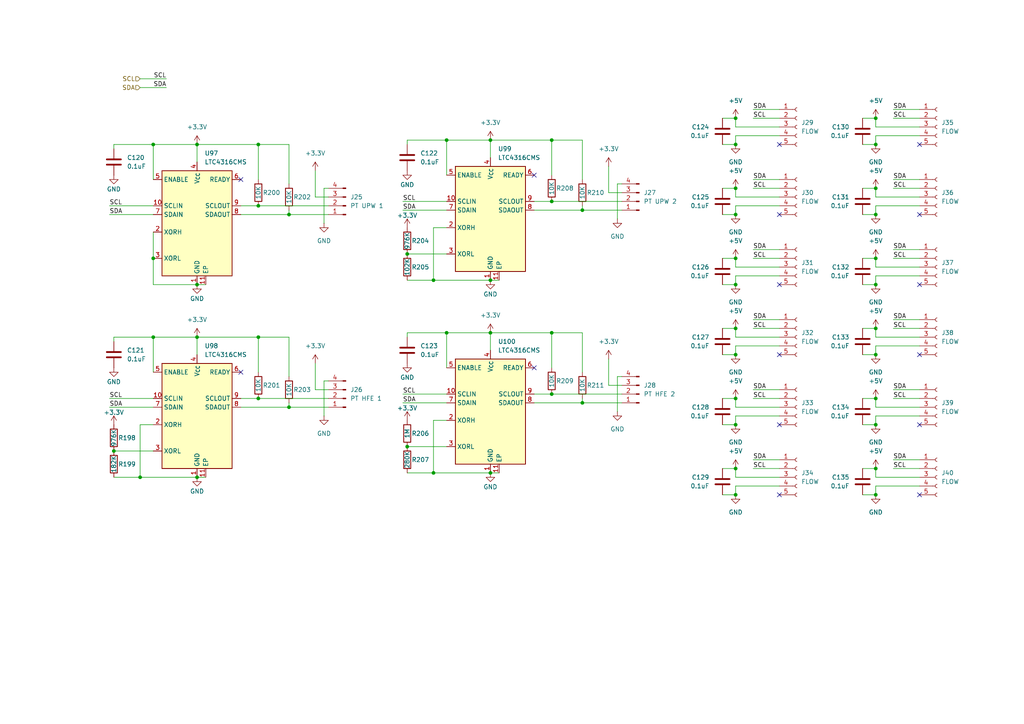
<source format=kicad_sch>
(kicad_sch (version 20231120) (generator "eeschema") (generator_version "8.0")
  (paper "A4")
  (lib_symbols
    (symbol "Connector:Conn_01x04_Pin" (pin_names (offset 1.016) hide)
      (property "Reference" "J" (at 0 5.08 0))
      (property "Value" "Conn_01x04_Pin" (at 0 -7.62 0))
      (symbol "Conn_01x04_Pin_1_1"
        (polyline (pts (xy 1.27 -5.08) (xy 0.8636 -5.08)) (stroke (width 0.1524)))
        (polyline (pts (xy 1.27 -2.54) (xy 0.8636 -2.54)) (stroke (width 0.1524)))
        (polyline (pts (xy 1.27 0) (xy 0.8636 0)) (stroke (width 0.1524)))
        (polyline (pts (xy 1.27 2.54) (xy 0.8636 2.54)) (stroke (width 0.1524)))
        (rectangle (start 0.8636 -4.953) (end 0 -5.207) (stroke (width 0.1524)) (fill (type outline)))
        (rectangle (start 0.8636 -2.413) (end 0 -2.667) (stroke (width 0.1524)) (fill (type outline)))
        (rectangle (start 0.8636 0.127) (end 0 -0.127) (stroke (width 0.1524)) (fill (type outline)))
        (rectangle (start 0.8636 2.667) (end 0 2.413) (stroke (width 0.1524)) (fill (type outline)))
        (pin passive line (at 5.08 2.54 180) (length 3.81) (name "Pin_1") (number "1"))
        (pin passive line (at 5.08 0 180) (length 3.81) (name "Pin_2") (number "2"))
        (pin passive line (at 5.08 -2.54 180) (length 3.81) (name "Pin_3") (number "3"))
        (pin passive line (at 5.08 -5.08 180) (length 3.81) (name "Pin_4") (number "4"))
      )
    )
    (symbol "Connector:Conn_01x05_Socket" (pin_names (offset 1.016) hide)
      (property "Reference" "J" (at 0 7.62 0))
      (property "Value" "Conn_01x05_Socket" (at 0 -7.62 0))
      (symbol "Conn_01x05_Socket_1_1"
        (arc (start 0 -4.572) (mid -0.5058 -5.08) (end 0 -5.588) (stroke (width 0.1524)))
        (arc (start 0 -2.032) (mid -0.5058 -2.54) (end 0 -3.048) (stroke (width 0.1524)))
        (polyline (pts (xy -1.27 -5.08) (xy -0.508 -5.08)) (stroke (width 0.1524)))
        (polyline (pts (xy -1.27 -2.54) (xy -0.508 -2.54)) (stroke (width 0.1524)))
        (polyline (pts (xy -1.27 0) (xy -0.508 0)) (stroke (width 0.1524)))
        (polyline (pts (xy -1.27 2.54) (xy -0.508 2.54)) (stroke (width 0.1524)))
        (polyline (pts (xy -1.27 5.08) (xy -0.508 5.08)) (stroke (width 0.1524)))
        (arc (start 0 0.508) (mid -0.5058 0) (end 0 -0.508) (stroke (width 0.1524)))
        (arc (start 0 3.048) (mid -0.5058 2.54) (end 0 2.032) (stroke (width 0.1524)))
        (arc (start 0 5.588) (mid -0.5058 5.08) (end 0 4.572) (stroke (width 0.1524)))
        (pin passive line (at -5.08 5.08 0) (length 3.81) (name "Pin_1") (number "1"))
        (pin passive line (at -5.08 2.54 0) (length 3.81) (name "Pin_2") (number "2"))
        (pin passive line (at -5.08 0 0) (length 3.81) (name "Pin_3") (number "3"))
        (pin passive line (at -5.08 -2.54 0) (length 3.81) (name "Pin_4") (number "4"))
        (pin passive line (at -5.08 -5.08 0) (length 3.81) (name "Pin_5") (number "5"))
      )
    )
    (symbol "Device:C" (pin_numbers hide) (pin_names (offset 0.254))
      (property "Reference" "C" (at 0.635 2.54 0))
      (property "Value" "C" (at 0.635 -2.54 0))
      (symbol "C_0_1"
        (polyline (pts (xy -2.032 -0.762) (xy 2.032 -0.762)) (stroke (width 0.508)))
        (polyline (pts (xy -2.032 0.762) (xy 2.032 0.762)) (stroke (width 0.508)))
      )
      (symbol "C_1_1"
        (pin passive line (at 0 3.81 270) (length 2.794) (name "~") (number "1"))
        (pin passive line (at 0 -3.81 90) (length 2.794) (name "~") (number "2"))
      )
    )
    (symbol "Device:R" (pin_numbers hide) (pin_names (offset 0))
      (property "Reference" "R" (at 2.032 0 90))
      (property "Value" "R" (at 0 0 90))
      (symbol "R_0_1"
        (rectangle (start -1.016 -2.54) (end 1.016 2.54) (stroke (width 0.254)))
      )
      (symbol "R_1_1"
        (pin passive line (at 0 3.81 270) (length 1.27) (name "~") (number "1"))
        (pin passive line (at 0 -3.81 90) (length 1.27) (name "~") (number "2"))
      )
    )
    (symbol "Interface_Expansion:LTC4316xDD"
      (property "Reference" "U" (at -8.89 16.51 0))
      (property "Value" "LTC4316xDD" (at 6.35 16.51 0))
      (symbol "LTC4316xDD_0_1"
        (rectangle (start -10.16 15.24) (end 10.16 -15.24) (stroke (width 0.254)) (fill (type background)))
      )
      (symbol "LTC4316xDD_1_1"
        (pin power_in line (at 0 -17.78 90) (length 2.54) (name "GND") (number "1"))
        (pin input line (at -12.7 5.08 0) (length 2.54) (name "SCLIN") (number "10"))
        (pin passive line (at 2.54 -17.78 90) (length 2.54) (name "EP") (number "11"))
        (pin input line (at -12.7 -2.54 0) (length 2.54) (name "XORH") (number "2"))
        (pin input line (at -12.7 -10.16 0) (length 2.54) (name "XORL") (number "3"))
        (pin power_in line (at 0 17.78 270) (length 2.54) (name "V_{CC}") (number "4"))
        (pin input line (at -12.7 12.7 0) (length 2.54) (name "ENABLE") (number "5"))
        (pin open_collector line (at 12.7 12.7 180) (length 2.54) (name "READY") (number "6"))
        (pin bidirectional line (at -12.7 2.54 0) (length 2.54) (name "SDAIN") (number "7"))
        (pin bidirectional line (at 12.7 2.54 180) (length 2.54) (name "SDAOUT") (number "8"))
        (pin output line (at 12.7 5.08 180) (length 2.54) (name "SCLOUT") (number "9"))
      )
    )
    (symbol "power:+3.3V" (power) (pin_numbers hide) (pin_names (offset 0) hide)
      (property "Value" "+3.3V" (at 0 3.556 0))
      (symbol "+3.3V_0_1"
        (polyline (pts (xy -0.762 1.27) (xy 0 2.54)))
        (polyline (pts (xy 0 0) (xy 0 2.54)))
        (polyline (pts (xy 0 2.54) (xy 0.762 1.27)))
      )
      (symbol "+3.3V_1_1"
        (pin power_in line (at 0 0 90) (length 0) (name "~") (number "1"))
      )
    )
    (symbol "power:+5V" (power) (pin_numbers hide) (pin_names (offset 0) hide)
      (property "Value" "+5V" (at 0 3.556 0))
      (symbol "+5V_0_1"
        (polyline (pts (xy -0.762 1.27) (xy 0 2.54)))
        (polyline (pts (xy 0 0) (xy 0 2.54)))
        (polyline (pts (xy 0 2.54) (xy 0.762 1.27)))
      )
      (symbol "+5V_1_1"
        (pin power_in line (at 0 0 90) (length 0) (name "~") (number "1"))
      )
    )
    (symbol "power:GND" (power) (pin_numbers hide) (pin_names (offset 0) hide)
      (property "Value" "GND" (at 0 -3.81 0))
      (symbol "GND_0_1"
        (polyline (pts (xy 0 0) (xy 0 -1.27) (xy 1.27 -1.27) (xy 0 -2.54) (xy -1.27 -1.27) (xy 0 -1.27)))
      )
      (symbol "GND_1_1"
        (pin power_in line (at 0 0 270) (length 0) (name "~") (number "1"))
      )
    )
  )
  (junction (at 254 62.23))
  (junction (at 254 115.57))
  (junction (at 213.36 54.61))
  (junction (at 44.45 74.93))
  (junction (at 74.93 115.57))
  (junction (at 118.11 73.66))
  (junction (at 254 74.93))
  (junction (at 129.54 40.64))
  (junction (at 57.15 97.79))
  (junction (at 40.64 138.43))
  (junction (at 125.73 81.28))
  (junction (at 213.36 143.51))
  (junction (at 44.45 97.79))
  (junction (at 254 34.29))
  (junction (at 254 95.25))
  (junction (at 83.82 62.23))
  (junction (at 168.91 116.84))
  (junction (at 142.24 96.52))
  (junction (at 142.24 40.64))
  (junction (at 83.82 118.11))
  (junction (at 254 123.19))
  (junction (at 74.93 59.69))
  (junction (at 213.36 95.25))
  (junction (at 142.24 137.16))
  (junction (at 74.93 97.79))
  (junction (at 213.36 115.57))
  (junction (at 44.45 41.91))
  (junction (at 213.36 34.29))
  (junction (at 160.02 40.64))
  (junction (at 160.02 114.3))
  (junction (at 213.36 74.93))
  (junction (at 254 82.55))
  (junction (at 213.36 123.19))
  (junction (at 213.36 82.55))
  (junction (at 160.02 96.52))
  (junction (at 254 143.51))
  (junction (at 213.36 135.89))
  (junction (at 33.02 130.81))
  (junction (at 254 54.61))
  (junction (at 57.15 82.55))
  (junction (at 213.36 41.91))
  (junction (at 213.36 62.23))
  (junction (at 142.24 81.28))
  (junction (at 74.93 41.91))
  (junction (at 213.36 102.87))
  (junction (at 129.54 96.52))
  (junction (at 254 135.89))
  (junction (at 168.91 60.96))
  (junction (at 254 41.91))
  (junction (at 125.73 137.16))
  (junction (at 118.11 129.54))
  (junction (at 57.15 138.43))
  (junction (at 254 102.87))
  (junction (at 57.15 41.91))
  (junction (at 160.02 58.42))
  (no_connect (at 226.06 102.87))
  (no_connect (at 266.7 82.55))
  (no_connect (at 154.94 106.68))
  (no_connect (at 266.7 123.19))
  (no_connect (at 226.06 62.23))
  (no_connect (at 266.7 143.51))
  (no_connect (at 226.06 123.19))
  (no_connect (at 69.85 52.07))
  (no_connect (at 266.7 102.87))
  (no_connect (at 226.06 143.51))
  (no_connect (at 226.06 41.91))
  (no_connect (at 154.94 50.8))
  (no_connect (at 69.85 107.95))
  (no_connect (at 266.7 41.91))
  (no_connect (at 226.06 82.55))
  (no_connect (at 266.7 62.23))
  (wire (pts (xy 83.82 118.11) (xy 95.25 118.11)))
  (wire (pts (xy 31.75 115.57) (xy 44.45 115.57)))
  (wire (pts (xy 213.36 100.33) (xy 213.36 102.87)))
  (wire (pts (xy 125.73 81.28) (xy 142.24 81.28)))
  (wire (pts (xy 209.55 115.57) (xy 213.36 115.57)))
  (wire (pts (xy 142.24 81.28) (xy 144.78 81.28)))
  (wire (pts (xy 44.45 97.79) (xy 44.45 107.95)))
  (wire (pts (xy 180.34 53.34) (xy 179.07 53.34)))
  (wire (pts (xy 266.7 120.65) (xy 254 120.65)))
  (wire (pts (xy 266.7 80.01) (xy 254 80.01)))
  (wire (pts (xy 180.34 55.88) (xy 176.53 55.88)))
  (wire (pts (xy 57.15 41.91) (xy 57.15 46.99)))
  (wire (pts (xy 250.19 62.23) (xy 254 62.23)))
  (wire (pts (xy 254 120.65) (xy 254 123.19)))
  (wire (pts (xy 259.08 52.07) (xy 266.7 52.07)))
  (wire (pts (xy 218.44 92.71) (xy 226.06 92.71)))
  (wire (pts (xy 259.08 31.75) (xy 266.7 31.75)))
  (wire (pts (xy 160.02 40.64) (xy 168.91 40.64)))
  (wire (pts (xy 176.53 104.14) (xy 176.53 111.76)))
  (wire (pts (xy 259.08 92.71) (xy 266.7 92.71)))
  (wire (pts (xy 118.11 81.28) (xy 125.73 81.28)))
  (wire (pts (xy 213.36 115.57) (xy 213.36 118.11)))
  (wire (pts (xy 168.91 115.57) (xy 168.91 116.84)))
  (wire (pts (xy 142.24 96.52) (xy 129.54 96.52)))
  (wire (pts (xy 226.06 140.97) (xy 213.36 140.97)))
  (wire (pts (xy 254 34.29) (xy 254 36.83)))
  (wire (pts (xy 218.44 95.25) (xy 226.06 95.25)))
  (wire (pts (xy 250.19 143.51) (xy 254 143.51)))
  (wire (pts (xy 74.93 97.79) (xy 83.82 97.79)))
  (wire (pts (xy 218.44 72.39) (xy 226.06 72.39)))
  (wire (pts (xy 266.7 97.79) (xy 254 97.79)))
  (wire (pts (xy 213.36 135.89) (xy 213.36 138.43)))
  (wire (pts (xy 266.7 57.15) (xy 254 57.15)))
  (wire (pts (xy 266.7 138.43) (xy 254 138.43)))
  (wire (pts (xy 259.08 133.35) (xy 266.7 133.35)))
  (wire (pts (xy 209.55 135.89) (xy 213.36 135.89)))
  (wire (pts (xy 213.36 140.97) (xy 213.36 143.51)))
  (wire (pts (xy 213.36 39.37) (xy 213.36 41.91)))
  (wire (pts (xy 226.06 39.37) (xy 213.36 39.37)))
  (wire (pts (xy 160.02 96.52) (xy 168.91 96.52)))
  (wire (pts (xy 213.36 120.65) (xy 213.36 123.19)))
  (wire (pts (xy 74.93 97.79) (xy 74.93 107.95)))
  (wire (pts (xy 226.06 97.79) (xy 213.36 97.79)))
  (wire (pts (xy 83.82 41.91) (xy 83.82 53.34)))
  (wire (pts (xy 142.24 96.52) (xy 142.24 101.6)))
  (wire (pts (xy 180.34 109.22) (xy 179.07 109.22)))
  (wire (pts (xy 254 100.33) (xy 254 102.87)))
  (wire (pts (xy 250.19 34.29) (xy 254 34.29)))
  (wire (pts (xy 83.82 116.84) (xy 83.82 118.11)))
  (wire (pts (xy 44.45 67.31) (xy 44.45 74.93)))
  (wire (pts (xy 74.93 59.69) (xy 95.25 59.69)))
  (wire (pts (xy 95.25 113.03) (xy 91.44 113.03)))
  (wire (pts (xy 259.08 72.39) (xy 266.7 72.39)))
  (wire (pts (xy 254 59.69) (xy 254 62.23)))
  (wire (pts (xy 168.91 60.96) (xy 180.34 60.96)))
  (wire (pts (xy 250.19 115.57) (xy 254 115.57)))
  (wire (pts (xy 91.44 49.53) (xy 91.44 57.15)))
  (wire (pts (xy 116.84 114.3) (xy 129.54 114.3)))
  (wire (pts (xy 125.73 66.04) (xy 125.73 81.28)))
  (wire (pts (xy 40.64 123.19) (xy 44.45 123.19)))
  (wire (pts (xy 259.08 135.89) (xy 266.7 135.89)))
  (wire (pts (xy 226.06 120.65) (xy 213.36 120.65)))
  (wire (pts (xy 213.36 80.01) (xy 213.36 82.55)))
  (wire (pts (xy 266.7 39.37) (xy 254 39.37)))
  (wire (pts (xy 250.19 102.87) (xy 254 102.87)))
  (wire (pts (xy 154.94 60.96) (xy 168.91 60.96)))
  (wire (pts (xy 168.91 116.84) (xy 180.34 116.84)))
  (wire (pts (xy 209.55 123.19) (xy 213.36 123.19)))
  (wire (pts (xy 179.07 53.34) (xy 179.07 63.5)))
  (wire (pts (xy 160.02 58.42) (xy 180.34 58.42)))
  (wire (pts (xy 69.85 115.57) (xy 74.93 115.57)))
  (wire (pts (xy 254 39.37) (xy 254 41.91)))
  (wire (pts (xy 83.82 62.23) (xy 95.25 62.23)))
  (wire (pts (xy 31.75 62.23) (xy 44.45 62.23)))
  (wire (pts (xy 179.07 109.22) (xy 179.07 119.38)))
  (wire (pts (xy 57.15 138.43) (xy 59.69 138.43)))
  (wire (pts (xy 218.44 113.03) (xy 226.06 113.03)))
  (wire (pts (xy 250.19 95.25) (xy 254 95.25)))
  (wire (pts (xy 218.44 31.75) (xy 226.06 31.75)))
  (wire (pts (xy 116.84 116.84) (xy 129.54 116.84)))
  (wire (pts (xy 83.82 60.96) (xy 83.82 62.23)))
  (wire (pts (xy 226.06 59.69) (xy 213.36 59.69)))
  (wire (pts (xy 74.93 41.91) (xy 83.82 41.91)))
  (wire (pts (xy 44.45 41.91) (xy 44.45 52.07)))
  (wire (pts (xy 57.15 97.79) (xy 74.93 97.79)))
  (wire (pts (xy 69.85 118.11) (xy 83.82 118.11)))
  (wire (pts (xy 259.08 95.25) (xy 266.7 95.25)))
  (wire (pts (xy 57.15 97.79) (xy 57.15 102.87)))
  (wire (pts (xy 213.36 74.93) (xy 213.36 77.47)))
  (wire (pts (xy 213.36 34.29) (xy 213.36 36.83)))
  (wire (pts (xy 125.73 121.92) (xy 129.54 121.92)))
  (wire (pts (xy 95.25 54.61) (xy 93.98 54.61)))
  (wire (pts (xy 218.44 34.29) (xy 226.06 34.29)))
  (wire (pts (xy 266.7 59.69) (xy 254 59.69)))
  (wire (pts (xy 95.25 57.15) (xy 91.44 57.15)))
  (wire (pts (xy 160.02 114.3) (xy 180.34 114.3)))
  (wire (pts (xy 250.19 135.89) (xy 254 135.89)))
  (wire (pts (xy 180.34 111.76) (xy 176.53 111.76)))
  (wire (pts (xy 57.15 41.91) (xy 44.45 41.91)))
  (wire (pts (xy 83.82 97.79) (xy 83.82 109.22)))
  (wire (pts (xy 93.98 110.49) (xy 93.98 120.65)))
  (wire (pts (xy 142.24 40.64) (xy 142.24 45.72)))
  (wire (pts (xy 118.11 73.66) (xy 129.54 73.66)))
  (wire (pts (xy 33.02 43.18) (xy 33.02 41.91)))
  (wire (pts (xy 209.55 82.55) (xy 213.36 82.55)))
  (wire (pts (xy 142.24 40.64) (xy 160.02 40.64)))
  (wire (pts (xy 226.06 57.15) (xy 213.36 57.15)))
  (wire (pts (xy 250.19 74.93) (xy 254 74.93)))
  (wire (pts (xy 209.55 62.23) (xy 213.36 62.23)))
  (wire (pts (xy 69.85 59.69) (xy 74.93 59.69)))
  (wire (pts (xy 254 74.93) (xy 254 77.47)))
  (wire (pts (xy 33.02 97.79) (xy 44.45 97.79)))
  (wire (pts (xy 259.08 34.29) (xy 266.7 34.29)))
  (wire (pts (xy 218.44 52.07) (xy 226.06 52.07)))
  (wire (pts (xy 118.11 96.52) (xy 129.54 96.52)))
  (wire (pts (xy 250.19 82.55) (xy 254 82.55)))
  (wire (pts (xy 218.44 74.93) (xy 226.06 74.93)))
  (wire (pts (xy 168.91 96.52) (xy 168.91 107.95)))
  (wire (pts (xy 254 140.97) (xy 254 143.51)))
  (wire (pts (xy 209.55 95.25) (xy 213.36 95.25)))
  (wire (pts (xy 254 95.25) (xy 254 97.79)))
  (wire (pts (xy 95.25 110.49) (xy 93.98 110.49)))
  (wire (pts (xy 118.11 41.91) (xy 118.11 40.64)))
  (wire (pts (xy 218.44 115.57) (xy 226.06 115.57)))
  (wire (pts (xy 129.54 40.64) (xy 129.54 50.8)))
  (wire (pts (xy 125.73 121.92) (xy 125.73 137.16)))
  (wire (pts (xy 213.36 95.25) (xy 213.36 97.79)))
  (wire (pts (xy 259.08 54.61) (xy 266.7 54.61)))
  (wire (pts (xy 74.93 41.91) (xy 74.93 52.07)))
  (wire (pts (xy 125.73 66.04) (xy 129.54 66.04)))
  (wire (pts (xy 154.94 116.84) (xy 168.91 116.84)))
  (wire (pts (xy 250.19 41.91) (xy 254 41.91)))
  (wire (pts (xy 40.64 138.43) (xy 57.15 138.43)))
  (wire (pts (xy 125.73 137.16) (xy 142.24 137.16)))
  (wire (pts (xy 213.36 54.61) (xy 213.36 57.15)))
  (wire (pts (xy 259.08 74.93) (xy 266.7 74.93)))
  (wire (pts (xy 44.45 82.55) (xy 57.15 82.55)))
  (wire (pts (xy 218.44 133.35) (xy 226.06 133.35)))
  (wire (pts (xy 142.24 137.16) (xy 144.78 137.16)))
  (wire (pts (xy 266.7 140.97) (xy 254 140.97)))
  (wire (pts (xy 250.19 123.19) (xy 254 123.19)))
  (wire (pts (xy 116.84 60.96) (xy 129.54 60.96)))
  (wire (pts (xy 160.02 96.52) (xy 160.02 106.68)))
  (wire (pts (xy 218.44 135.89) (xy 226.06 135.89)))
  (wire (pts (xy 160.02 40.64) (xy 160.02 50.8)))
  (wire (pts (xy 226.06 36.83) (xy 213.36 36.83)))
  (wire (pts (xy 91.44 105.41) (xy 91.44 113.03)))
  (wire (pts (xy 31.75 59.69) (xy 44.45 59.69)))
  (wire (pts (xy 33.02 41.91) (xy 44.45 41.91)))
  (wire (pts (xy 40.64 22.86) (xy 48.26 22.86)))
  (wire (pts (xy 74.93 115.57) (xy 95.25 115.57)))
  (wire (pts (xy 250.19 54.61) (xy 254 54.61)))
  (wire (pts (xy 209.55 143.51) (xy 213.36 143.51)))
  (wire (pts (xy 209.55 41.91) (xy 213.36 41.91)))
  (wire (pts (xy 254 115.57) (xy 254 118.11)))
  (wire (pts (xy 213.36 59.69) (xy 213.36 62.23)))
  (wire (pts (xy 154.94 114.3) (xy 160.02 114.3)))
  (wire (pts (xy 40.64 25.4) (xy 48.26 25.4)))
  (wire (pts (xy 226.06 100.33) (xy 213.36 100.33)))
  (wire (pts (xy 118.11 40.64) (xy 129.54 40.64)))
  (wire (pts (xy 118.11 137.16) (xy 125.73 137.16)))
  (wire (pts (xy 209.55 34.29) (xy 213.36 34.29)))
  (wire (pts (xy 118.11 129.54) (xy 129.54 129.54)))
  (wire (pts (xy 209.55 102.87) (xy 213.36 102.87)))
  (wire (pts (xy 259.08 115.57) (xy 266.7 115.57)))
  (wire (pts (xy 218.44 54.61) (xy 226.06 54.61)))
  (wire (pts (xy 93.98 54.61) (xy 93.98 64.77)))
  (wire (pts (xy 154.94 58.42) (xy 160.02 58.42)))
  (wire (pts (xy 33.02 99.06) (xy 33.02 97.79)))
  (wire (pts (xy 254 80.01) (xy 254 82.55)))
  (wire (pts (xy 129.54 96.52) (xy 129.54 106.68)))
  (wire (pts (xy 44.45 74.93) (xy 44.45 82.55)))
  (wire (pts (xy 259.08 113.03) (xy 266.7 113.03)))
  (wire (pts (xy 226.06 80.01) (xy 213.36 80.01)))
  (wire (pts (xy 254 54.61) (xy 254 57.15)))
  (wire (pts (xy 69.85 62.23) (xy 83.82 62.23)))
  (wire (pts (xy 57.15 41.91) (xy 74.93 41.91)))
  (wire (pts (xy 57.15 97.79) (xy 44.45 97.79)))
  (wire (pts (xy 226.06 77.47) (xy 213.36 77.47)))
  (wire (pts (xy 226.06 138.43) (xy 213.36 138.43)))
  (wire (pts (xy 57.15 82.55) (xy 59.69 82.55)))
  (wire (pts (xy 209.55 74.93) (xy 213.36 74.93)))
  (wire (pts (xy 266.7 77.47) (xy 254 77.47)))
  (wire (pts (xy 142.24 40.64) (xy 129.54 40.64)))
  (wire (pts (xy 33.02 138.43) (xy 40.64 138.43)))
  (wire (pts (xy 176.53 48.26) (xy 176.53 55.88)))
  (wire (pts (xy 266.7 36.83) (xy 254 36.83)))
  (wire (pts (xy 266.7 100.33) (xy 254 100.33)))
  (wire (pts (xy 116.84 58.42) (xy 129.54 58.42)))
  (wire (pts (xy 168.91 40.64) (xy 168.91 52.07)))
  (wire (pts (xy 142.24 96.52) (xy 160.02 96.52)))
  (wire (pts (xy 31.75 118.11) (xy 44.45 118.11)))
  (wire (pts (xy 118.11 97.79) (xy 118.11 96.52)))
  (wire (pts (xy 168.91 59.69) (xy 168.91 60.96)))
  (wire (pts (xy 209.55 54.61) (xy 213.36 54.61)))
  (wire (pts (xy 33.02 130.81) (xy 44.45 130.81)))
  (wire (pts (xy 266.7 118.11) (xy 254 118.11)))
  (wire (pts (xy 254 135.89) (xy 254 138.43)))
  (wire (pts (xy 226.06 118.11) (xy 213.36 118.11)))
  (wire (pts (xy 40.64 123.19) (xy 40.64 138.43)))
  (label "SCL" (at 259.08 135.89 0))
  (label "SDA" (at 218.44 72.39 0))
  (label "SCL" (at 259.08 74.93 0))
  (label "SCL" (at 31.75 115.57 0))
  (label "SCL" (at 218.44 54.61 0))
  (label "SDA" (at 31.75 118.11 0))
  (label "SDA" (at 218.44 52.07 0))
  (label "SCL" (at 31.75 59.69 0))
  (label "SCL" (at 48.26 22.86 180))
  (label "SCL" (at 218.44 74.93 0))
  (label "SCL" (at 218.44 95.25 0))
  (label "SDA" (at 48.26 25.4 180))
  (label "SDA" (at 218.44 133.35 0))
  (label "SDA" (at 218.44 31.75 0))
  (label "SCL" (at 218.44 115.57 0))
  (label "SDA" (at 259.08 72.39 0))
  (label "SDA" (at 259.08 31.75 0))
  (label "SDA" (at 31.75 62.23 0))
  (label "SCL" (at 259.08 95.25 0))
  (label "SCL" (at 259.08 34.29 0))
  (label "SCL" (at 116.84 58.42 0))
  (label "SCL" (at 116.84 114.3 0))
  (label "SDA" (at 259.08 52.07 0))
  (label "SDA" (at 116.84 60.96 0))
  (label "SDA" (at 218.44 92.71 0))
  (label "SDA" (at 218.44 113.03 0))
  (label "SDA" (at 259.08 113.03 0))
  (label "SDA" (at 116.84 116.84 0))
  (label "SDA" (at 259.08 92.71 0))
  (label "SDA" (at 259.08 133.35 0))
  (label "SCL" (at 259.08 54.61 0))
  (label "SCL" (at 218.44 34.29 0))
  (label "SCL" (at 218.44 135.89 0))
  (label "SCL" (at 259.08 115.57 0))
  (hierarchical_label "SCL" (shape input) (at 40.64 22.86 180))
  (hierarchical_label "SDA" (shape input) (at 40.64 25.4 180))
  (symbol (lib_id "power:GND") (at 57.15 138.43 0) (unit 1)
    (property "Reference" "#PWR0339" (effects (hide yes)))
    (property "Value" "GND" (at 57.15 142.494 0))
    (property "Description" "Power symbol creates a global label with name \"GND\" , ground" (effects (hide yes)))
  )
  (symbol (lib_id "Interface_Expansion:LTC4316xDD") (at 142.24 63.5 0) (unit 1)
    (property "Reference" "U99" (at 144.4341 43.18 0) (effects (justify left)))
    (property "Value" "LTC4316CMS" (at 144.4341 45.72 0) (effects (justify left)))
    (property "Footprint" "Package_DFN_QFN:DFN-10-1EP_3x3mm_P0.5mm_EP1.65x2.38mm" (effects (hide yes)))
    (property "Datasheet" "https://www.analog.com/media/en/technical-documentation/data-sheets/4316fa.pdf" (effects (hide yes)))
    (property "Description" "Single I2C/SMBus Address-Translator, DFN-10" (effects (hide yes)))
  )
  (symbol (lib_id "Device:C") (at 209.55 99.06 0) (mirror y) (unit 1)
    (property "Reference" "C127" (at 205.74 97.7899 0) (effects (justify left)))
    (property "Value" "0.1uF" (at 205.74 100.3299 0) (effects (justify left)))
    (property "Description" "Unpolarized capacitor" (effects (hide yes)))
  )
  (symbol (lib_id "Device:R") (at 168.91 111.76 0) (unit 1)
    (property "Reference" "R211" (at 170.18 111.76 0) (effects (justify left)))
    (property "Value" "10K" (at 168.91 111.76 90))
    (property "Description" "Resistor" (effects (hide yes)))
  )
  (symbol (lib_id "Device:R") (at 74.93 111.76 0) (unit 1)
    (property "Reference" "R201" (at 76.2 111.76 0) (effects (justify left)))
    (property "Value" "10K" (at 74.93 111.76 90))
    (property "Description" "Resistor" (effects (hide yes)))
  )
  (symbol (lib_id "power:GND") (at 213.36 82.55 0) (unit 1)
    (property "Reference" "#PWR0361" (effects (hide yes)))
    (property "Value" "GND" (at 213.36 87.63 0))
    (property "Description" "Power symbol creates a global label with name \"GND\" , ground" (effects (hide yes)))
  )
  (symbol (lib_id "Device:C") (at 250.19 119.38 0) (mirror y) (unit 1)
    (property "Reference" "C134" (at 246.38 118.1099 0) (effects (justify left)))
    (property "Value" "0.1uF" (at 246.38 120.6499 0) (effects (justify left)))
    (property "Description" "Unpolarized capacitor" (effects (hide yes)))
  )
  (symbol (lib_id "power:GND") (at 213.36 123.19 0) (unit 1)
    (property "Reference" "#PWR0365" (effects (hide yes)))
    (property "Value" "GND" (at 213.36 128.27 0))
    (property "Description" "Power symbol creates a global label with name \"GND\" , ground" (effects (hide yes)))
  )
  (symbol (lib_id "Device:C") (at 250.19 139.7 0) (mirror y) (unit 1)
    (property "Reference" "C135" (at 246.38 138.4299 0) (effects (justify left)))
    (property "Value" "0.1uF" (at 246.38 140.9699 0) (effects (justify left)))
    (property "Description" "Unpolarized capacitor" (effects (hide yes)))
  )
  (symbol (lib_id "power:+5V") (at 213.36 115.57 0) (unit 1)
    (property "Reference" "#PWR0364" (effects (hide yes)))
    (property "Value" "+5V" (at 213.36 110.49 0))
    (property "Description" "Power symbol creates a global label with name \"+5V\"" (effects (hide yes)))
  )
  (symbol (lib_id "Device:C") (at 118.11 101.6 0) (unit 1)
    (property "Reference" "C123" (at 121.92 100.3299 0) (effects (justify left)))
    (property "Value" "0.1uF" (at 121.92 102.8699 0) (effects (justify left)))
    (property "Description" "Unpolarized capacitor" (effects (hide yes)))
  )
  (symbol (lib_id "power:+5V") (at 254 74.93 0) (unit 1)
    (property "Reference" "#PWR0372" (effects (hide yes)))
    (property "Value" "+5V" (at 254 69.85 0))
    (property "Description" "Power symbol creates a global label with name \"+5V\"" (effects (hide yes)))
  )
  (symbol (lib_id "Device:C") (at 118.11 45.72 0) (unit 1)
    (property "Reference" "C122" (at 121.92 44.4499 0) (effects (justify left)))
    (property "Value" "0.1uF" (at 121.92 46.9899 0) (effects (justify left)))
    (property "Description" "Unpolarized capacitor" (effects (hide yes)))
  )
  (symbol (lib_id "Connector:Conn_01x04_Pin") (at 185.42 58.42 180) (unit 1)
    (property "Reference" "J27" (at 186.69 55.8799 0) (effects (justify right)))
    (property "Value" "PT UPW 2" (at 186.69 58.4199 0) (effects (justify right)))
    (property "Description" "Generic connector, single row, 01x04, script generated" (effects (hide yes)))
  )
  (symbol (lib_id "power:GND") (at 179.07 63.5 0) (unit 1)
    (property "Reference" "#PWR0354" (effects (hide yes)))
    (property "Value" "GND" (at 179.07 68.58 0))
    (property "Description" "Power symbol creates a global label with name \"GND\" , ground" (effects (hide yes)))
  )
  (symbol (lib_id "Connector:Conn_01x05_Socket") (at 231.14 118.11 0) (unit 1)
    (property "Reference" "J33" (at 232.41 116.8399 0) (effects (justify left)))
    (property "Value" "FLOW" (at 232.41 119.3799 0) (effects (justify left)))
    (property "Description" "Generic connector, single row, 01x05, script generated" (effects (hide yes)))
  )
  (symbol (lib_id "power:GND") (at 213.36 62.23 0) (unit 1)
    (property "Reference" "#PWR0359" (effects (hide yes)))
    (property "Value" "GND" (at 213.36 67.31 0))
    (property "Description" "Power symbol creates a global label with name \"GND\" , ground" (effects (hide yes)))
  )
  (symbol (lib_id "power:+5V") (at 254 54.61 0) (unit 1)
    (property "Reference" "#PWR0370" (effects (hide yes)))
    (property "Value" "+5V" (at 254 49.53 0))
    (property "Description" "Power symbol creates a global label with name \"+5V\"" (effects (hide yes)))
  )
  (symbol (lib_id "power:+3.3V") (at 91.44 49.53 0) (unit 1)
    (property "Reference" "#PWR0340" (effects (hide yes)))
    (property "Value" "+3.3V" (at 91.44 44.45 0))
    (property "Description" "Power symbol creates a global label with name \"+3.3V\"" (effects (hide yes)))
  )
  (symbol (lib_id "power:GND") (at 142.24 81.28 0) (unit 1)
    (property "Reference" "#PWR0349" (effects (hide yes)))
    (property "Value" "GND" (at 142.24 85.344 0))
    (property "Description" "Power symbol creates a global label with name \"GND\" , ground" (effects (hide yes)))
  )
  (symbol (lib_id "Device:C") (at 33.02 46.99 0) (unit 1)
    (property "Reference" "C120" (at 36.83 45.7199 0) (effects (justify left)))
    (property "Value" "0.1uF" (at 36.83 48.2599 0) (effects (justify left)))
    (property "Description" "Unpolarized capacitor" (effects (hide yes)))
  )
  (symbol (lib_id "Device:C") (at 209.55 58.42 0) (mirror y) (unit 1)
    (property "Reference" "C125" (at 205.74 57.1499 0) (effects (justify left)))
    (property "Value" "0.1uF" (at 205.74 59.6899 0) (effects (justify left)))
    (property "Description" "Unpolarized capacitor" (effects (hide yes)))
  )
  (symbol (lib_id "power:GND") (at 254 102.87 0) (unit 1)
    (property "Reference" "#PWR0375" (effects (hide yes)))
    (property "Value" "GND" (at 254 107.95 0))
    (property "Description" "Power symbol creates a global label with name \"GND\" , ground" (effects (hide yes)))
  )
  (symbol (lib_id "power:+3.3V") (at 118.11 121.92 0) (unit 1)
    (property "Reference" "#PWR0347" (effects (hide yes)))
    (property "Value" "+3.3V" (at 118.11 118.364 0))
    (property "Description" "Power symbol creates a global label with name \"+3.3V\"" (effects (hide yes)))
  )
  (symbol (lib_id "power:GND") (at 254 41.91 0) (unit 1)
    (property "Reference" "#PWR0369" (effects (hide yes)))
    (property "Value" "GND" (at 254 46.99 0))
    (property "Description" "Power symbol creates a global label with name \"GND\" , ground" (effects (hide yes)))
  )
  (symbol (lib_id "power:+3.3V") (at 176.53 48.26 0) (unit 1)
    (property "Reference" "#PWR0352" (effects (hide yes)))
    (property "Value" "+3.3V" (at 176.53 43.18 0))
    (property "Description" "Power symbol creates a global label with name \"+3.3V\"" (effects (hide yes)))
  )
  (symbol (lib_id "Connector:Conn_01x05_Socket") (at 271.78 97.79 0) (unit 1)
    (property "Reference" "J38" (at 273.05 96.5199 0) (effects (justify left)))
    (property "Value" "FLOW" (at 273.05 99.0599 0) (effects (justify left)))
    (property "Description" "Generic connector, single row, 01x05, script generated" (effects (hide yes)))
  )
  (symbol (lib_id "Device:C") (at 209.55 38.1 0) (mirror y) (unit 1)
    (property "Reference" "C124" (at 205.74 36.8299 0) (effects (justify left)))
    (property "Value" "0.1uF" (at 205.74 39.3699 0) (effects (justify left)))
    (property "Description" "Unpolarized capacitor" (effects (hide yes)))
  )
  (symbol (lib_id "power:GND") (at 254 62.23 0) (unit 1)
    (property "Reference" "#PWR0371" (effects (hide yes)))
    (property "Value" "GND" (at 254 67.31 0))
    (property "Description" "Power symbol creates a global label with name \"GND\" , ground" (effects (hide yes)))
  )
  (symbol (lib_id "Connector:Conn_01x05_Socket") (at 271.78 138.43 0) (unit 1)
    (property "Reference" "J40" (at 273.05 137.1599 0) (effects (justify left)))
    (property "Value" "FLOW" (at 273.05 139.6999 0) (effects (justify left)))
    (property "Description" "Generic connector, single row, 01x05, script generated" (effects (hide yes)))
  )
  (symbol (lib_id "power:+3.3V") (at 142.24 40.64 0) (unit 1)
    (property "Reference" "#PWR0348" (effects (hide yes)))
    (property "Value" "+3.3V" (at 142.24 35.56 0))
    (property "Description" "Power symbol creates a global label with name \"+3.3V\"" (effects (hide yes)))
  )
  (symbol (lib_id "Device:C") (at 33.02 102.87 0) (unit 1)
    (property "Reference" "C121" (at 36.83 101.5999 0) (effects (justify left)))
    (property "Value" "0.1uF" (at 36.83 104.1399 0) (effects (justify left)))
    (property "Description" "Unpolarized capacitor" (effects (hide yes)))
  )
  (symbol (lib_id "power:GND") (at 213.36 143.51 0) (unit 1)
    (property "Reference" "#PWR0367" (effects (hide yes)))
    (property "Value" "GND" (at 213.36 148.59 0))
    (property "Description" "Power symbol creates a global label with name \"GND\" , ground" (effects (hide yes)))
  )
  (symbol (lib_id "power:+3.3V") (at 57.15 41.91 0) (unit 1)
    (property "Reference" "#PWR0336" (effects (hide yes)))
    (property "Value" "+3.3V" (at 57.15 36.83 0))
    (property "Description" "Power symbol creates a global label with name \"+3.3V\"" (effects (hide yes)))
  )
  (symbol (lib_id "Device:C") (at 250.19 99.06 0) (mirror y) (unit 1)
    (property "Reference" "C133" (at 246.38 97.7899 0) (effects (justify left)))
    (property "Value" "0.1uF" (at 246.38 100.3299 0) (effects (justify left)))
    (property "Description" "Unpolarized capacitor" (effects (hide yes)))
  )
  (symbol (lib_id "Connector:Conn_01x05_Socket") (at 271.78 57.15 0) (unit 1)
    (property "Reference" "J36" (at 273.05 55.8799 0) (effects (justify left)))
    (property "Value" "FLOW" (at 273.05 58.4199 0) (effects (justify left)))
    (property "Description" "Generic connector, single row, 01x05, script generated" (effects (hide yes)))
  )
  (symbol (lib_id "Device:R") (at 118.11 125.73 0) (unit 1)
    (property "Reference" "R206" (at 119.38 125.73 0) (effects (justify left)))
    (property "Value" "1M" (at 118.11 125.73 90))
    (property "Description" "Resistor" (effects (hide yes)))
  )
  (symbol (lib_id "Device:R") (at 118.11 133.35 0) (unit 1)
    (property "Reference" "R207" (at 119.38 133.35 0) (effects (justify left)))
    (property "Value" "280K" (at 118.11 133.35 90))
    (property "Description" "Resistor" (effects (hide yes)))
  )
  (symbol (lib_id "Device:C") (at 209.55 139.7 0) (mirror y) (unit 1)
    (property "Reference" "C129" (at 205.74 138.4299 0) (effects (justify left)))
    (property "Value" "0.1uF" (at 205.74 140.9699 0) (effects (justify left)))
    (property "Description" "Unpolarized capacitor" (effects (hide yes)))
  )
  (symbol (lib_id "power:+5V") (at 254 135.89 0) (unit 1)
    (property "Reference" "#PWR0378" (effects (hide yes)))
    (property "Value" "+5V" (at 254 130.81 0))
    (property "Description" "Power symbol creates a global label with name \"+5V\"" (effects (hide yes)))
  )
  (symbol (lib_id "Connector:Conn_01x05_Socket") (at 231.14 97.79 0) (unit 1)
    (property "Reference" "J32" (at 232.41 96.5199 0) (effects (justify left)))
    (property "Value" "FLOW" (at 232.41 99.0599 0) (effects (justify left)))
    (property "Description" "Generic connector, single row, 01x05, script generated" (effects (hide yes)))
  )
  (symbol (lib_id "Connector:Conn_01x04_Pin") (at 185.42 114.3 180) (unit 1)
    (property "Reference" "J28" (at 186.69 111.7599 0) (effects (justify right)))
    (property "Value" "PT HFE 2" (at 186.69 114.2999 0) (effects (justify right)))
    (property "Description" "Generic connector, single row, 01x04, script generated" (effects (hide yes)))
  )
  (symbol (lib_id "Device:C") (at 209.55 119.38 0) (mirror y) (unit 1)
    (property "Reference" "C128" (at 205.74 118.1099 0) (effects (justify left)))
    (property "Value" "0.1uF" (at 205.74 120.6499 0) (effects (justify left)))
    (property "Description" "Unpolarized capacitor" (effects (hide yes)))
  )
  (symbol (lib_id "Connector:Conn_01x05_Socket") (at 271.78 36.83 0) (unit 1)
    (property "Reference" "J35" (at 273.05 35.5599 0) (effects (justify left)))
    (property "Value" "FLOW" (at 273.05 38.0999 0) (effects (justify left)))
    (property "Description" "Generic connector, single row, 01x05, script generated" (effects (hide yes)))
  )
  (symbol (lib_id "power:+5V") (at 254 95.25 0) (unit 1)
    (property "Reference" "#PWR0374" (effects (hide yes)))
    (property "Value" "+5V" (at 254 90.17 0))
    (property "Description" "Power symbol creates a global label with name \"+5V\"" (effects (hide yes)))
  )
  (symbol (lib_id "Connector:Conn_01x05_Socket") (at 231.14 138.43 0) (unit 1)
    (property "Reference" "J34" (at 232.41 137.1599 0) (effects (justify left)))
    (property "Value" "FLOW" (at 232.41 139.6999 0) (effects (justify left)))
    (property "Description" "Generic connector, single row, 01x05, script generated" (effects (hide yes)))
  )
  (symbol (lib_id "Connector:Conn_01x04_Pin") (at 100.33 115.57 180) (unit 1)
    (property "Reference" "J26" (at 101.6 113.0299 0) (effects (justify right)))
    (property "Value" "PT HFE 1" (at 101.6 115.5699 0) (effects (justify right)))
    (property "Description" "Generic connector, single row, 01x04, script generated" (effects (hide yes)))
  )
  (symbol (lib_id "Connector:Conn_01x05_Socket") (at 271.78 118.11 0) (unit 1)
    (property "Reference" "J39" (at 273.05 116.8399 0) (effects (justify left)))
    (property "Value" "FLOW" (at 273.05 119.3799 0) (effects (justify left)))
    (property "Description" "Generic connector, single row, 01x05, script generated" (effects (hide yes)))
  )
  (symbol (lib_id "power:+5V") (at 213.36 135.89 0) (unit 1)
    (property "Reference" "#PWR0366" (effects (hide yes)))
    (property "Value" "+5V" (at 213.36 130.81 0))
    (property "Description" "Power symbol creates a global label with name \"+5V\"" (effects (hide yes)))
  )
  (symbol (lib_id "Device:R") (at 160.02 54.61 0) (unit 1)
    (property "Reference" "R208" (at 161.29 54.61 0) (effects (justify left)))
    (property "Value" "10K" (at 160.02 54.61 90))
    (property "Description" "Resistor" (effects (hide yes)))
  )
  (symbol (lib_id "Device:R") (at 83.82 57.15 0) (unit 1)
    (property "Reference" "R202" (at 85.09 57.15 0) (effects (justify left)))
    (property "Value" "10K" (at 83.82 57.15 90))
    (property "Description" "Resistor" (effects (hide yes)))
  )
  (symbol (lib_id "power:+5V") (at 213.36 95.25 0) (unit 1)
    (property "Reference" "#PWR0362" (effects (hide yes)))
    (property "Value" "+5V" (at 213.36 90.17 0))
    (property "Description" "Power symbol creates a global label with name \"+5V\"" (effects (hide yes)))
  )
  (symbol (lib_id "power:GND") (at 254 123.19 0) (unit 1)
    (property "Reference" "#PWR0377" (effects (hide yes)))
    (property "Value" "GND" (at 254 128.27 0))
    (property "Description" "Power symbol creates a global label with name \"GND\" , ground" (effects (hide yes)))
  )
  (symbol (lib_id "Connector:Conn_01x05_Socket") (at 231.14 57.15 0) (unit 1)
    (property "Reference" "J30" (at 232.41 55.8799 0) (effects (justify left)))
    (property "Value" "FLOW" (at 232.41 58.4199 0) (effects (justify left)))
    (property "Description" "Generic connector, single row, 01x05, script generated" (effects (hide yes)))
  )
  (symbol (lib_id "Interface_Expansion:LTC4316xDD") (at 57.15 120.65 0) (unit 1)
    (property "Reference" "U98" (at 59.3441 100.33 0) (effects (justify left)))
    (property "Value" "LTC4316CMS" (at 59.3441 102.87 0) (effects (justify left)))
    (property "Footprint" "Package_DFN_QFN:DFN-10-1EP_3x3mm_P0.5mm_EP1.65x2.38mm" (effects (hide yes)))
    (property "Datasheet" "https://www.analog.com/media/en/technical-documentation/data-sheets/4316fa.pdf" (effects (hide yes)))
    (property "Description" "Single I2C/SMBus Address-Translator, DFN-10" (effects (hide yes)))
  )
  (symbol (lib_id "Device:C") (at 250.19 38.1 0) (mirror y) (unit 1)
    (property "Reference" "C130" (at 246.38 36.8299 0) (effects (justify left)))
    (property "Value" "0.1uF" (at 246.38 39.3699 0) (effects (justify left)))
    (property "Description" "Unpolarized capacitor" (effects (hide yes)))
  )
  (symbol (lib_id "Device:C") (at 250.19 58.42 0) (mirror y) (unit 1)
    (property "Reference" "C131" (at 246.38 57.1499 0) (effects (justify left)))
    (property "Value" "0.1uF" (at 246.38 59.6899 0) (effects (justify left)))
    (property "Description" "Unpolarized capacitor" (effects (hide yes)))
  )
  (symbol (lib_id "power:+3.3V") (at 33.02 123.19 0) (unit 1)
    (property "Reference" "#PWR0335" (effects (hide yes)))
    (property "Value" "+3.3V" (at 33.02 119.634 0))
    (property "Description" "Power symbol creates a global label with name \"+3.3V\"" (effects (hide yes)))
  )
  (symbol (lib_id "power:+5V") (at 213.36 34.29 0) (unit 1)
    (property "Reference" "#PWR0356" (effects (hide yes)))
    (property "Value" "+5V" (at 213.36 29.21 0))
    (property "Description" "Power symbol creates a global label with name \"+5V\"" (effects (hide yes)))
  )
  (symbol (lib_id "power:GND") (at 213.36 102.87 0) (unit 1)
    (property "Reference" "#PWR0363" (effects (hide yes)))
    (property "Value" "GND" (at 213.36 107.95 0))
    (property "Description" "Power symbol creates a global label with name \"GND\" , ground" (effects (hide yes)))
  )
  (symbol (lib_id "power:GND") (at 142.24 137.16 0) (unit 1)
    (property "Reference" "#PWR0351" (effects (hide yes)))
    (property "Value" "GND" (at 142.24 141.224 0))
    (property "Description" "Power symbol creates a global label with name \"GND\" , ground" (effects (hide yes)))
  )
  (symbol (lib_id "power:GND") (at 93.98 120.65 0) (unit 1)
    (property "Reference" "#PWR0343" (effects (hide yes)))
    (property "Value" "GND" (at 93.98 125.73 0))
    (property "Description" "Power symbol creates a global label with name \"GND\" , ground" (effects (hide yes)))
  )
  (symbol (lib_id "power:GND") (at 213.36 41.91 0) (unit 1)
    (property "Reference" "#PWR0357" (effects (hide yes)))
    (property "Value" "GND" (at 213.36 46.99 0))
    (property "Description" "Power symbol creates a global label with name \"GND\" , ground" (effects (hide yes)))
  )
  (symbol (lib_id "power:+3.3V") (at 118.11 66.04 0) (unit 1)
    (property "Reference" "#PWR0345" (effects (hide yes)))
    (property "Value" "+3.3V" (at 118.11 62.484 0))
    (property "Description" "Power symbol creates a global label with name \"+3.3V\"" (effects (hide yes)))
  )
  (symbol (lib_id "power:+3.3V") (at 142.24 96.52 0) (unit 1)
    (property "Reference" "#PWR0350" (effects (hide yes)))
    (property "Value" "+3.3V" (at 142.24 91.44 0))
    (property "Description" "Power symbol creates a global label with name \"+3.3V\"" (effects (hide yes)))
  )
  (symbol (lib_id "Device:R") (at 118.11 77.47 0) (unit 1)
    (property "Reference" "R205" (at 119.38 77.47 0) (effects (justify left)))
    (property "Value" "102K" (at 118.11 77.47 90))
    (property "Description" "Resistor" (effects (hide yes)))
  )
  (symbol (lib_id "Device:C") (at 250.19 78.74 0) (mirror y) (unit 1)
    (property "Reference" "C132" (at 246.38 77.4699 0) (effects (justify left)))
    (property "Value" "0.1uF" (at 246.38 80.0099 0) (effects (justify left)))
    (property "Description" "Unpolarized capacitor" (effects (hide yes)))
  )
  (symbol (lib_id "power:GND") (at 118.11 105.41 0) (unit 1)
    (property "Reference" "#PWR0346" (effects (hide yes)))
    (property "Value" "GND" (at 118.11 109.474 0))
    (property "Description" "Power symbol creates a global label with name \"GND\" , ground" (effects (hide yes)))
  )
  (symbol (lib_id "power:GND") (at 33.02 50.8 0) (unit 1)
    (property "Reference" "#PWR0333" (effects (hide yes)))
    (property "Value" "GND" (at 33.02 54.864 0))
    (property "Description" "Power symbol creates a global label with name \"GND\" , ground" (effects (hide yes)))
  )
  (symbol (lib_id "Connector:Conn_01x04_Pin") (at 100.33 59.69 180) (unit 1)
    (property "Reference" "J25" (at 101.6 57.1499 0) (effects (justify right)))
    (property "Value" "PT UPW 1" (at 101.6 59.6899 0) (effects (justify right)))
    (property "Description" "Generic connector, single row, 01x04, script generated" (effects (hide yes)))
  )
  (symbol (lib_id "Connector:Conn_01x05_Socket") (at 231.14 77.47 0) (unit 1)
    (property "Reference" "J31" (at 232.41 76.1999 0) (effects (justify left)))
    (property "Value" "FLOW" (at 232.41 78.7399 0) (effects (justify left)))
    (property "Description" "Generic connector, single row, 01x05, script generated" (effects (hide yes)))
  )
  (symbol (lib_id "power:+5V") (at 213.36 74.93 0) (unit 1)
    (property "Reference" "#PWR0360" (effects (hide yes)))
    (property "Value" "+5V" (at 213.36 69.85 0))
    (property "Description" "Power symbol creates a global label with name \"+5V\"" (effects (hide yes)))
  )
  (symbol (lib_id "Interface_Expansion:LTC4316xDD") (at 57.15 64.77 0) (unit 1)
    (property "Reference" "U97" (at 59.3441 44.45 0) (effects (justify left)))
    (property "Value" "LTC4316CMS" (at 59.3441 46.99 0) (effects (justify left)))
    (property "Footprint" "Package_DFN_QFN:DFN-10-1EP_3x3mm_P0.5mm_EP1.65x2.38mm" (effects (hide yes)))
    (property "Datasheet" "https://www.analog.com/media/en/technical-documentation/data-sheets/4316fa.pdf" (effects (hide yes)))
    (property "Description" "Single I2C/SMBus Address-Translator, DFN-10" (effects (hide yes)))
  )
  (symbol (lib_id "Interface_Expansion:LTC4316xDD") (at 142.24 119.38 0) (unit 1)
    (property "Reference" "U100" (at 144.4341 99.06 0) (effects (justify left)))
    (property "Value" "LTC4316CMS" (at 144.4341 101.6 0) (effects (justify left)))
    (property "Footprint" "Package_DFN_QFN:DFN-10-1EP_3x3mm_P0.5mm_EP1.65x2.38mm" (effects (hide yes)))
    (property "Datasheet" "https://www.analog.com/media/en/technical-documentation/data-sheets/4316fa.pdf" (effects (hide yes)))
    (property "Description" "Single I2C/SMBus Address-Translator, DFN-10" (effects (hide yes)))
  )
  (symbol (lib_id "power:GND") (at 118.11 49.53 0) (unit 1)
    (property "Reference" "#PWR0344" (effects (hide yes)))
    (property "Value" "GND" (at 118.11 53.594 0))
    (property "Description" "Power symbol creates a global label with name \"GND\" , ground" (effects (hide yes)))
  )
  (symbol (lib_id "power:GND") (at 93.98 64.77 0) (unit 1)
    (property "Reference" "#PWR0342" (effects (hide yes)))
    (property "Value" "GND" (at 93.98 69.85 0))
    (property "Description" "Power symbol creates a global label with name \"GND\" , ground" (effects (hide yes)))
  )
  (symbol (lib_id "power:+5V") (at 254 34.29 0) (unit 1)
    (property "Reference" "#PWR0368" (effects (hide yes)))
    (property "Value" "+5V" (at 254 29.21 0))
    (property "Description" "Power symbol creates a global label with name \"+5V\"" (effects (hide yes)))
  )
  (symbol (lib_id "power:+5V") (at 213.36 54.61 0) (unit 1)
    (property "Reference" "#PWR0358" (effects (hide yes)))
    (property "Value" "+5V" (at 213.36 49.53 0))
    (property "Description" "Power symbol creates a global label with name \"+5V\"" (effects (hide yes)))
  )
  (symbol (lib_id "power:+3.3V") (at 57.15 97.79 0) (unit 1)
    (property "Reference" "#PWR0338" (effects (hide yes)))
    (property "Value" "+3.3V" (at 57.15 92.71 0))
    (property "Description" "Power symbol creates a global label with name \"+3.3V\"" (effects (hide yes)))
  )
  (symbol (lib_id "power:+3.3V") (at 91.44 105.41 0) (unit 1)
    (property "Reference" "#PWR0341" (effects (hide yes)))
    (property "Value" "+3.3V" (at 91.44 100.33 0))
    (property "Description" "Power symbol creates a global label with name \"+3.3V\"" (effects (hide yes)))
  )
  (symbol (lib_id "power:GND") (at 254 82.55 0) (unit 1)
    (property "Reference" "#PWR0373" (effects (hide yes)))
    (property "Value" "GND" (at 254 87.63 0))
    (property "Description" "Power symbol creates a global label with name \"GND\" , ground" (effects (hide yes)))
  )
  (symbol (lib_id "Device:R") (at 74.93 55.88 0) (unit 1)
    (property "Reference" "R200" (at 76.2 55.88 0) (effects (justify left)))
    (property "Value" "10K" (at 74.93 55.88 90))
    (property "Description" "Resistor" (effects (hide yes)))
  )
  (symbol (lib_id "power:GND") (at 57.15 82.55 0) (unit 1)
    (property "Reference" "#PWR0337" (effects (hide yes)))
    (property "Value" "GND" (at 57.15 86.614 0))
    (property "Description" "Power symbol creates a global label with name \"GND\" , ground" (effects (hide yes)))
  )
  (symbol (lib_id "power:GND") (at 254 143.51 0) (unit 1)
    (property "Reference" "#PWR0379" (effects (hide yes)))
    (property "Value" "GND" (at 254 148.59 0))
    (property "Description" "Power symbol creates a global label with name \"GND\" , ground" (effects (hide yes)))
  )
  (symbol (lib_id "Device:R") (at 118.11 69.85 0) (unit 1)
    (property "Reference" "R204" (at 119.38 69.85 0) (effects (justify left)))
    (property "Value" "976K" (at 118.11 69.85 90))
    (property "Description" "Resistor" (effects (hide yes)))
  )
  (symbol (lib_id "Device:C") (at 209.55 78.74 0) (mirror y) (unit 1)
    (property "Reference" "C126" (at 205.74 77.4699 0) (effects (justify left)))
    (property "Value" "0.1uF" (at 205.74 80.0099 0) (effects (justify left)))
    (property "Description" "Unpolarized capacitor" (effects (hide yes)))
  )
  (symbol (lib_id "Device:R") (at 160.02 110.49 0) (unit 1)
    (property "Reference" "R209" (at 161.29 110.49 0) (effects (justify left)))
    (property "Value" "10K" (at 160.02 110.49 90))
    (property "Description" "Resistor" (effects (hide yes)))
  )
  (symbol (lib_id "Connector:Conn_01x05_Socket") (at 271.78 77.47 0) (unit 1)
    (property "Reference" "J37" (at 273.05 76.1999 0) (effects (justify left)))
    (property "Value" "FLOW" (at 273.05 78.7399 0) (effects (justify left)))
    (property "Description" "Generic connector, single row, 01x05, script generated" (effects (hide yes)))
  )
  (symbol (lib_id "power:+3.3V") (at 176.53 104.14 0) (unit 1)
    (property "Reference" "#PWR0353" (effects (hide yes)))
    (property "Value" "+3.3V" (at 176.53 99.06 0))
    (property "Description" "Power symbol creates a global label with name \"+3.3V\"" (effects (hide yes)))
  )
  (symbol (lib_id "power:+5V") (at 254 115.57 0) (unit 1)
    (property "Reference" "#PWR0376" (effects (hide yes)))
    (property "Value" "+5V" (at 254 110.49 0))
    (property "Description" "Power symbol creates a global label with name \"+5V\"" (effects (hide yes)))
  )
  (symbol (lib_id "power:GND") (at 33.02 106.68 0) (unit 1)
    (property "Reference" "#PWR0334" (effects (hide yes)))
    (property "Value" "GND" (at 33.02 110.744 0))
    (property "Description" "Power symbol creates a global label with name \"GND\" , ground" (effects (hide yes)))
  )
  (symbol (lib_id "Connector:Conn_01x05_Socket") (at 231.14 36.83 0) (unit 1)
    (property "Reference" "J29" (at 232.41 35.5599 0) (effects (justify left)))
    (property "Value" "FLOW" (at 232.41 38.0999 0) (effects (justify left)))
    (property "Description" "Generic connector, single row, 01x05, script generated" (effects (hide yes)))
  )
  (symbol (lib_id "Device:R") (at 83.82 113.03 0) (unit 1)
    (property "Reference" "R203" (at 85.09 113.03 0) (effects (justify left)))
    (property "Value" "10K" (at 83.82 113.03 90))
    (property "Description" "Resistor" (effects (hide yes)))
  )
  (symbol (lib_id "Device:R") (at 33.02 134.62 0) (unit 1)
    (property "Reference" "R199" (at 34.29 134.62 0) (effects (justify left)))
    (property "Value" "182K" (at 33.02 134.62 90))
    (property "Description" "Resistor" (effects (hide yes)))
  )
  (symbol (lib_id "Device:R") (at 33.02 127 0) (unit 1)
    (property "Reference" "R198" (at 34.29 127 0) (effects (justify left)))
    (property "Value" "976K" (at 33.02 127 90))
    (property "Description" "Resistor" (effects (hide yes)))
  )
  (symbol (lib_id "Device:R") (at 168.91 55.88 0) (unit 1)
    (property "Reference" "R210" (at 170.18 55.88 0) (effects (justify left)))
    (property "Value" "10K" (at 168.91 55.88 90))
    (property "Description" "Resistor" (effects (hide yes)))
  )
  (symbol (lib_id "power:GND") (at 179.07 119.38 0) (unit 1)
    (property "Reference" "#PWR0355" (effects (hide yes)))
    (property "Value" "GND" (at 179.07 124.46 0))
    (property "Description" "Power symbol creates a global label with name \"GND\" , ground" (effects (hide yes)))
  )
)
</source>
